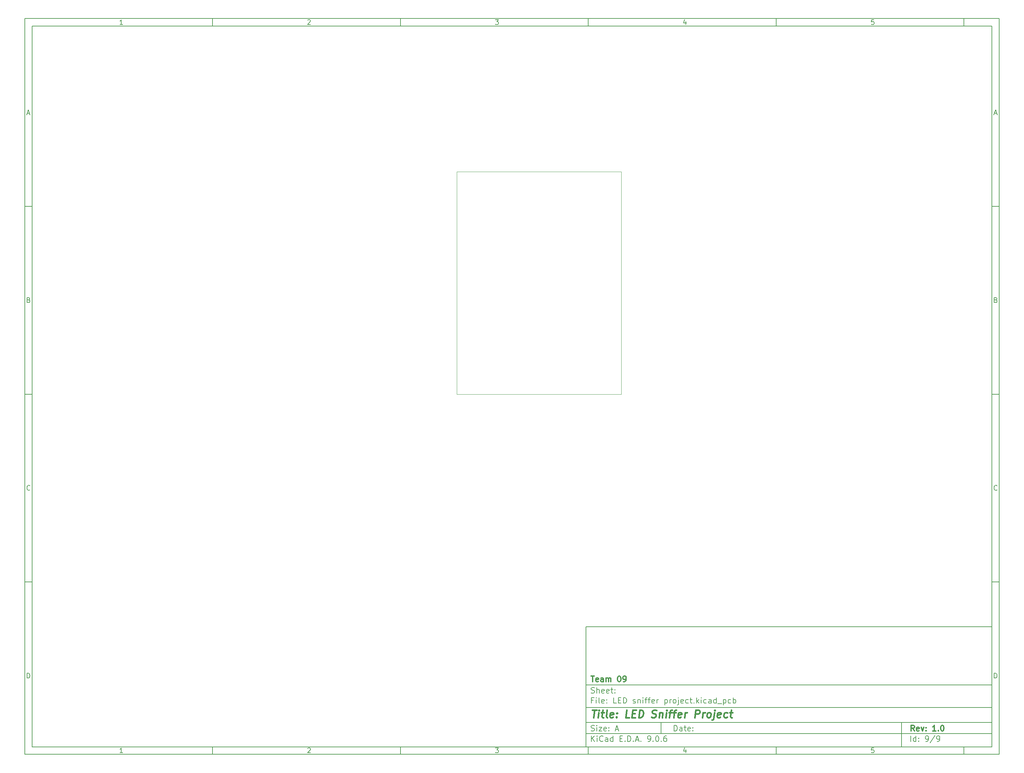
<source format=gbr>
%TF.GenerationSoftware,KiCad,Pcbnew,9.0.6*%
%TF.CreationDate,2025-11-19T19:30:43-08:00*%
%TF.ProjectId,LED sniffer project,4c454420-736e-4696-9666-65722070726f,1.0*%
%TF.SameCoordinates,Original*%
%TF.FileFunction,Profile,NP*%
%FSLAX46Y46*%
G04 Gerber Fmt 4.6, Leading zero omitted, Abs format (unit mm)*
G04 Created by KiCad (PCBNEW 9.0.6) date 2025-11-19 19:30:43*
%MOMM*%
%LPD*%
G01*
G04 APERTURE LIST*
%ADD10C,0.100000*%
%ADD11C,0.150000*%
%ADD12C,0.300000*%
%ADD13C,0.400000*%
%TA.AperFunction,Profile*%
%ADD14C,0.050000*%
%TD*%
G04 APERTURE END LIST*
D10*
D11*
X159400000Y-171900000D02*
X267400000Y-171900000D01*
X267400000Y-203900000D01*
X159400000Y-203900000D01*
X159400000Y-171900000D01*
D10*
D11*
X10000000Y-10000000D02*
X269400000Y-10000000D01*
X269400000Y-205900000D01*
X10000000Y-205900000D01*
X10000000Y-10000000D01*
D10*
D11*
X12000000Y-12000000D02*
X267400000Y-12000000D01*
X267400000Y-203900000D01*
X12000000Y-203900000D01*
X12000000Y-12000000D01*
D10*
D11*
X60000000Y-12000000D02*
X60000000Y-10000000D01*
D10*
D11*
X110000000Y-12000000D02*
X110000000Y-10000000D01*
D10*
D11*
X160000000Y-12000000D02*
X160000000Y-10000000D01*
D10*
D11*
X210000000Y-12000000D02*
X210000000Y-10000000D01*
D10*
D11*
X260000000Y-12000000D02*
X260000000Y-10000000D01*
D10*
D11*
X36089160Y-11593604D02*
X35346303Y-11593604D01*
X35717731Y-11593604D02*
X35717731Y-10293604D01*
X35717731Y-10293604D02*
X35593922Y-10479319D01*
X35593922Y-10479319D02*
X35470112Y-10603128D01*
X35470112Y-10603128D02*
X35346303Y-10665033D01*
D10*
D11*
X85346303Y-10417414D02*
X85408207Y-10355509D01*
X85408207Y-10355509D02*
X85532017Y-10293604D01*
X85532017Y-10293604D02*
X85841541Y-10293604D01*
X85841541Y-10293604D02*
X85965350Y-10355509D01*
X85965350Y-10355509D02*
X86027255Y-10417414D01*
X86027255Y-10417414D02*
X86089160Y-10541223D01*
X86089160Y-10541223D02*
X86089160Y-10665033D01*
X86089160Y-10665033D02*
X86027255Y-10850747D01*
X86027255Y-10850747D02*
X85284398Y-11593604D01*
X85284398Y-11593604D02*
X86089160Y-11593604D01*
D10*
D11*
X135284398Y-10293604D02*
X136089160Y-10293604D01*
X136089160Y-10293604D02*
X135655826Y-10788842D01*
X135655826Y-10788842D02*
X135841541Y-10788842D01*
X135841541Y-10788842D02*
X135965350Y-10850747D01*
X135965350Y-10850747D02*
X136027255Y-10912652D01*
X136027255Y-10912652D02*
X136089160Y-11036461D01*
X136089160Y-11036461D02*
X136089160Y-11345985D01*
X136089160Y-11345985D02*
X136027255Y-11469795D01*
X136027255Y-11469795D02*
X135965350Y-11531700D01*
X135965350Y-11531700D02*
X135841541Y-11593604D01*
X135841541Y-11593604D02*
X135470112Y-11593604D01*
X135470112Y-11593604D02*
X135346303Y-11531700D01*
X135346303Y-11531700D02*
X135284398Y-11469795D01*
D10*
D11*
X185965350Y-10726938D02*
X185965350Y-11593604D01*
X185655826Y-10231700D02*
X185346303Y-11160271D01*
X185346303Y-11160271D02*
X186151064Y-11160271D01*
D10*
D11*
X236027255Y-10293604D02*
X235408207Y-10293604D01*
X235408207Y-10293604D02*
X235346303Y-10912652D01*
X235346303Y-10912652D02*
X235408207Y-10850747D01*
X235408207Y-10850747D02*
X235532017Y-10788842D01*
X235532017Y-10788842D02*
X235841541Y-10788842D01*
X235841541Y-10788842D02*
X235965350Y-10850747D01*
X235965350Y-10850747D02*
X236027255Y-10912652D01*
X236027255Y-10912652D02*
X236089160Y-11036461D01*
X236089160Y-11036461D02*
X236089160Y-11345985D01*
X236089160Y-11345985D02*
X236027255Y-11469795D01*
X236027255Y-11469795D02*
X235965350Y-11531700D01*
X235965350Y-11531700D02*
X235841541Y-11593604D01*
X235841541Y-11593604D02*
X235532017Y-11593604D01*
X235532017Y-11593604D02*
X235408207Y-11531700D01*
X235408207Y-11531700D02*
X235346303Y-11469795D01*
D10*
D11*
X60000000Y-203900000D02*
X60000000Y-205900000D01*
D10*
D11*
X110000000Y-203900000D02*
X110000000Y-205900000D01*
D10*
D11*
X160000000Y-203900000D02*
X160000000Y-205900000D01*
D10*
D11*
X210000000Y-203900000D02*
X210000000Y-205900000D01*
D10*
D11*
X260000000Y-203900000D02*
X260000000Y-205900000D01*
D10*
D11*
X36089160Y-205493604D02*
X35346303Y-205493604D01*
X35717731Y-205493604D02*
X35717731Y-204193604D01*
X35717731Y-204193604D02*
X35593922Y-204379319D01*
X35593922Y-204379319D02*
X35470112Y-204503128D01*
X35470112Y-204503128D02*
X35346303Y-204565033D01*
D10*
D11*
X85346303Y-204317414D02*
X85408207Y-204255509D01*
X85408207Y-204255509D02*
X85532017Y-204193604D01*
X85532017Y-204193604D02*
X85841541Y-204193604D01*
X85841541Y-204193604D02*
X85965350Y-204255509D01*
X85965350Y-204255509D02*
X86027255Y-204317414D01*
X86027255Y-204317414D02*
X86089160Y-204441223D01*
X86089160Y-204441223D02*
X86089160Y-204565033D01*
X86089160Y-204565033D02*
X86027255Y-204750747D01*
X86027255Y-204750747D02*
X85284398Y-205493604D01*
X85284398Y-205493604D02*
X86089160Y-205493604D01*
D10*
D11*
X135284398Y-204193604D02*
X136089160Y-204193604D01*
X136089160Y-204193604D02*
X135655826Y-204688842D01*
X135655826Y-204688842D02*
X135841541Y-204688842D01*
X135841541Y-204688842D02*
X135965350Y-204750747D01*
X135965350Y-204750747D02*
X136027255Y-204812652D01*
X136027255Y-204812652D02*
X136089160Y-204936461D01*
X136089160Y-204936461D02*
X136089160Y-205245985D01*
X136089160Y-205245985D02*
X136027255Y-205369795D01*
X136027255Y-205369795D02*
X135965350Y-205431700D01*
X135965350Y-205431700D02*
X135841541Y-205493604D01*
X135841541Y-205493604D02*
X135470112Y-205493604D01*
X135470112Y-205493604D02*
X135346303Y-205431700D01*
X135346303Y-205431700D02*
X135284398Y-205369795D01*
D10*
D11*
X185965350Y-204626938D02*
X185965350Y-205493604D01*
X185655826Y-204131700D02*
X185346303Y-205060271D01*
X185346303Y-205060271D02*
X186151064Y-205060271D01*
D10*
D11*
X236027255Y-204193604D02*
X235408207Y-204193604D01*
X235408207Y-204193604D02*
X235346303Y-204812652D01*
X235346303Y-204812652D02*
X235408207Y-204750747D01*
X235408207Y-204750747D02*
X235532017Y-204688842D01*
X235532017Y-204688842D02*
X235841541Y-204688842D01*
X235841541Y-204688842D02*
X235965350Y-204750747D01*
X235965350Y-204750747D02*
X236027255Y-204812652D01*
X236027255Y-204812652D02*
X236089160Y-204936461D01*
X236089160Y-204936461D02*
X236089160Y-205245985D01*
X236089160Y-205245985D02*
X236027255Y-205369795D01*
X236027255Y-205369795D02*
X235965350Y-205431700D01*
X235965350Y-205431700D02*
X235841541Y-205493604D01*
X235841541Y-205493604D02*
X235532017Y-205493604D01*
X235532017Y-205493604D02*
X235408207Y-205431700D01*
X235408207Y-205431700D02*
X235346303Y-205369795D01*
D10*
D11*
X10000000Y-60000000D02*
X12000000Y-60000000D01*
D10*
D11*
X10000000Y-110000000D02*
X12000000Y-110000000D01*
D10*
D11*
X10000000Y-160000000D02*
X12000000Y-160000000D01*
D10*
D11*
X10690476Y-35222176D02*
X11309523Y-35222176D01*
X10566666Y-35593604D02*
X10999999Y-34293604D01*
X10999999Y-34293604D02*
X11433333Y-35593604D01*
D10*
D11*
X11092857Y-84912652D02*
X11278571Y-84974557D01*
X11278571Y-84974557D02*
X11340476Y-85036461D01*
X11340476Y-85036461D02*
X11402380Y-85160271D01*
X11402380Y-85160271D02*
X11402380Y-85345985D01*
X11402380Y-85345985D02*
X11340476Y-85469795D01*
X11340476Y-85469795D02*
X11278571Y-85531700D01*
X11278571Y-85531700D02*
X11154761Y-85593604D01*
X11154761Y-85593604D02*
X10659523Y-85593604D01*
X10659523Y-85593604D02*
X10659523Y-84293604D01*
X10659523Y-84293604D02*
X11092857Y-84293604D01*
X11092857Y-84293604D02*
X11216666Y-84355509D01*
X11216666Y-84355509D02*
X11278571Y-84417414D01*
X11278571Y-84417414D02*
X11340476Y-84541223D01*
X11340476Y-84541223D02*
X11340476Y-84665033D01*
X11340476Y-84665033D02*
X11278571Y-84788842D01*
X11278571Y-84788842D02*
X11216666Y-84850747D01*
X11216666Y-84850747D02*
X11092857Y-84912652D01*
X11092857Y-84912652D02*
X10659523Y-84912652D01*
D10*
D11*
X11402380Y-135469795D02*
X11340476Y-135531700D01*
X11340476Y-135531700D02*
X11154761Y-135593604D01*
X11154761Y-135593604D02*
X11030952Y-135593604D01*
X11030952Y-135593604D02*
X10845238Y-135531700D01*
X10845238Y-135531700D02*
X10721428Y-135407890D01*
X10721428Y-135407890D02*
X10659523Y-135284080D01*
X10659523Y-135284080D02*
X10597619Y-135036461D01*
X10597619Y-135036461D02*
X10597619Y-134850747D01*
X10597619Y-134850747D02*
X10659523Y-134603128D01*
X10659523Y-134603128D02*
X10721428Y-134479319D01*
X10721428Y-134479319D02*
X10845238Y-134355509D01*
X10845238Y-134355509D02*
X11030952Y-134293604D01*
X11030952Y-134293604D02*
X11154761Y-134293604D01*
X11154761Y-134293604D02*
X11340476Y-134355509D01*
X11340476Y-134355509D02*
X11402380Y-134417414D01*
D10*
D11*
X10659523Y-185593604D02*
X10659523Y-184293604D01*
X10659523Y-184293604D02*
X10969047Y-184293604D01*
X10969047Y-184293604D02*
X11154761Y-184355509D01*
X11154761Y-184355509D02*
X11278571Y-184479319D01*
X11278571Y-184479319D02*
X11340476Y-184603128D01*
X11340476Y-184603128D02*
X11402380Y-184850747D01*
X11402380Y-184850747D02*
X11402380Y-185036461D01*
X11402380Y-185036461D02*
X11340476Y-185284080D01*
X11340476Y-185284080D02*
X11278571Y-185407890D01*
X11278571Y-185407890D02*
X11154761Y-185531700D01*
X11154761Y-185531700D02*
X10969047Y-185593604D01*
X10969047Y-185593604D02*
X10659523Y-185593604D01*
D10*
D11*
X269400000Y-60000000D02*
X267400000Y-60000000D01*
D10*
D11*
X269400000Y-110000000D02*
X267400000Y-110000000D01*
D10*
D11*
X269400000Y-160000000D02*
X267400000Y-160000000D01*
D10*
D11*
X268090476Y-35222176D02*
X268709523Y-35222176D01*
X267966666Y-35593604D02*
X268399999Y-34293604D01*
X268399999Y-34293604D02*
X268833333Y-35593604D01*
D10*
D11*
X268492857Y-84912652D02*
X268678571Y-84974557D01*
X268678571Y-84974557D02*
X268740476Y-85036461D01*
X268740476Y-85036461D02*
X268802380Y-85160271D01*
X268802380Y-85160271D02*
X268802380Y-85345985D01*
X268802380Y-85345985D02*
X268740476Y-85469795D01*
X268740476Y-85469795D02*
X268678571Y-85531700D01*
X268678571Y-85531700D02*
X268554761Y-85593604D01*
X268554761Y-85593604D02*
X268059523Y-85593604D01*
X268059523Y-85593604D02*
X268059523Y-84293604D01*
X268059523Y-84293604D02*
X268492857Y-84293604D01*
X268492857Y-84293604D02*
X268616666Y-84355509D01*
X268616666Y-84355509D02*
X268678571Y-84417414D01*
X268678571Y-84417414D02*
X268740476Y-84541223D01*
X268740476Y-84541223D02*
X268740476Y-84665033D01*
X268740476Y-84665033D02*
X268678571Y-84788842D01*
X268678571Y-84788842D02*
X268616666Y-84850747D01*
X268616666Y-84850747D02*
X268492857Y-84912652D01*
X268492857Y-84912652D02*
X268059523Y-84912652D01*
D10*
D11*
X268802380Y-135469795D02*
X268740476Y-135531700D01*
X268740476Y-135531700D02*
X268554761Y-135593604D01*
X268554761Y-135593604D02*
X268430952Y-135593604D01*
X268430952Y-135593604D02*
X268245238Y-135531700D01*
X268245238Y-135531700D02*
X268121428Y-135407890D01*
X268121428Y-135407890D02*
X268059523Y-135284080D01*
X268059523Y-135284080D02*
X267997619Y-135036461D01*
X267997619Y-135036461D02*
X267997619Y-134850747D01*
X267997619Y-134850747D02*
X268059523Y-134603128D01*
X268059523Y-134603128D02*
X268121428Y-134479319D01*
X268121428Y-134479319D02*
X268245238Y-134355509D01*
X268245238Y-134355509D02*
X268430952Y-134293604D01*
X268430952Y-134293604D02*
X268554761Y-134293604D01*
X268554761Y-134293604D02*
X268740476Y-134355509D01*
X268740476Y-134355509D02*
X268802380Y-134417414D01*
D10*
D11*
X268059523Y-185593604D02*
X268059523Y-184293604D01*
X268059523Y-184293604D02*
X268369047Y-184293604D01*
X268369047Y-184293604D02*
X268554761Y-184355509D01*
X268554761Y-184355509D02*
X268678571Y-184479319D01*
X268678571Y-184479319D02*
X268740476Y-184603128D01*
X268740476Y-184603128D02*
X268802380Y-184850747D01*
X268802380Y-184850747D02*
X268802380Y-185036461D01*
X268802380Y-185036461D02*
X268740476Y-185284080D01*
X268740476Y-185284080D02*
X268678571Y-185407890D01*
X268678571Y-185407890D02*
X268554761Y-185531700D01*
X268554761Y-185531700D02*
X268369047Y-185593604D01*
X268369047Y-185593604D02*
X268059523Y-185593604D01*
D10*
D11*
X182855826Y-199686128D02*
X182855826Y-198186128D01*
X182855826Y-198186128D02*
X183212969Y-198186128D01*
X183212969Y-198186128D02*
X183427255Y-198257557D01*
X183427255Y-198257557D02*
X183570112Y-198400414D01*
X183570112Y-198400414D02*
X183641541Y-198543271D01*
X183641541Y-198543271D02*
X183712969Y-198828985D01*
X183712969Y-198828985D02*
X183712969Y-199043271D01*
X183712969Y-199043271D02*
X183641541Y-199328985D01*
X183641541Y-199328985D02*
X183570112Y-199471842D01*
X183570112Y-199471842D02*
X183427255Y-199614700D01*
X183427255Y-199614700D02*
X183212969Y-199686128D01*
X183212969Y-199686128D02*
X182855826Y-199686128D01*
X184998684Y-199686128D02*
X184998684Y-198900414D01*
X184998684Y-198900414D02*
X184927255Y-198757557D01*
X184927255Y-198757557D02*
X184784398Y-198686128D01*
X184784398Y-198686128D02*
X184498684Y-198686128D01*
X184498684Y-198686128D02*
X184355826Y-198757557D01*
X184998684Y-199614700D02*
X184855826Y-199686128D01*
X184855826Y-199686128D02*
X184498684Y-199686128D01*
X184498684Y-199686128D02*
X184355826Y-199614700D01*
X184355826Y-199614700D02*
X184284398Y-199471842D01*
X184284398Y-199471842D02*
X184284398Y-199328985D01*
X184284398Y-199328985D02*
X184355826Y-199186128D01*
X184355826Y-199186128D02*
X184498684Y-199114700D01*
X184498684Y-199114700D02*
X184855826Y-199114700D01*
X184855826Y-199114700D02*
X184998684Y-199043271D01*
X185498684Y-198686128D02*
X186070112Y-198686128D01*
X185712969Y-198186128D02*
X185712969Y-199471842D01*
X185712969Y-199471842D02*
X185784398Y-199614700D01*
X185784398Y-199614700D02*
X185927255Y-199686128D01*
X185927255Y-199686128D02*
X186070112Y-199686128D01*
X187141541Y-199614700D02*
X186998684Y-199686128D01*
X186998684Y-199686128D02*
X186712970Y-199686128D01*
X186712970Y-199686128D02*
X186570112Y-199614700D01*
X186570112Y-199614700D02*
X186498684Y-199471842D01*
X186498684Y-199471842D02*
X186498684Y-198900414D01*
X186498684Y-198900414D02*
X186570112Y-198757557D01*
X186570112Y-198757557D02*
X186712970Y-198686128D01*
X186712970Y-198686128D02*
X186998684Y-198686128D01*
X186998684Y-198686128D02*
X187141541Y-198757557D01*
X187141541Y-198757557D02*
X187212970Y-198900414D01*
X187212970Y-198900414D02*
X187212970Y-199043271D01*
X187212970Y-199043271D02*
X186498684Y-199186128D01*
X187855826Y-199543271D02*
X187927255Y-199614700D01*
X187927255Y-199614700D02*
X187855826Y-199686128D01*
X187855826Y-199686128D02*
X187784398Y-199614700D01*
X187784398Y-199614700D02*
X187855826Y-199543271D01*
X187855826Y-199543271D02*
X187855826Y-199686128D01*
X187855826Y-198757557D02*
X187927255Y-198828985D01*
X187927255Y-198828985D02*
X187855826Y-198900414D01*
X187855826Y-198900414D02*
X187784398Y-198828985D01*
X187784398Y-198828985D02*
X187855826Y-198757557D01*
X187855826Y-198757557D02*
X187855826Y-198900414D01*
D10*
D11*
X159400000Y-200400000D02*
X267400000Y-200400000D01*
D10*
D11*
X160855826Y-202486128D02*
X160855826Y-200986128D01*
X161712969Y-202486128D02*
X161070112Y-201628985D01*
X161712969Y-200986128D02*
X160855826Y-201843271D01*
X162355826Y-202486128D02*
X162355826Y-201486128D01*
X162355826Y-200986128D02*
X162284398Y-201057557D01*
X162284398Y-201057557D02*
X162355826Y-201128985D01*
X162355826Y-201128985D02*
X162427255Y-201057557D01*
X162427255Y-201057557D02*
X162355826Y-200986128D01*
X162355826Y-200986128D02*
X162355826Y-201128985D01*
X163927255Y-202343271D02*
X163855827Y-202414700D01*
X163855827Y-202414700D02*
X163641541Y-202486128D01*
X163641541Y-202486128D02*
X163498684Y-202486128D01*
X163498684Y-202486128D02*
X163284398Y-202414700D01*
X163284398Y-202414700D02*
X163141541Y-202271842D01*
X163141541Y-202271842D02*
X163070112Y-202128985D01*
X163070112Y-202128985D02*
X162998684Y-201843271D01*
X162998684Y-201843271D02*
X162998684Y-201628985D01*
X162998684Y-201628985D02*
X163070112Y-201343271D01*
X163070112Y-201343271D02*
X163141541Y-201200414D01*
X163141541Y-201200414D02*
X163284398Y-201057557D01*
X163284398Y-201057557D02*
X163498684Y-200986128D01*
X163498684Y-200986128D02*
X163641541Y-200986128D01*
X163641541Y-200986128D02*
X163855827Y-201057557D01*
X163855827Y-201057557D02*
X163927255Y-201128985D01*
X165212970Y-202486128D02*
X165212970Y-201700414D01*
X165212970Y-201700414D02*
X165141541Y-201557557D01*
X165141541Y-201557557D02*
X164998684Y-201486128D01*
X164998684Y-201486128D02*
X164712970Y-201486128D01*
X164712970Y-201486128D02*
X164570112Y-201557557D01*
X165212970Y-202414700D02*
X165070112Y-202486128D01*
X165070112Y-202486128D02*
X164712970Y-202486128D01*
X164712970Y-202486128D02*
X164570112Y-202414700D01*
X164570112Y-202414700D02*
X164498684Y-202271842D01*
X164498684Y-202271842D02*
X164498684Y-202128985D01*
X164498684Y-202128985D02*
X164570112Y-201986128D01*
X164570112Y-201986128D02*
X164712970Y-201914700D01*
X164712970Y-201914700D02*
X165070112Y-201914700D01*
X165070112Y-201914700D02*
X165212970Y-201843271D01*
X166570113Y-202486128D02*
X166570113Y-200986128D01*
X166570113Y-202414700D02*
X166427255Y-202486128D01*
X166427255Y-202486128D02*
X166141541Y-202486128D01*
X166141541Y-202486128D02*
X165998684Y-202414700D01*
X165998684Y-202414700D02*
X165927255Y-202343271D01*
X165927255Y-202343271D02*
X165855827Y-202200414D01*
X165855827Y-202200414D02*
X165855827Y-201771842D01*
X165855827Y-201771842D02*
X165927255Y-201628985D01*
X165927255Y-201628985D02*
X165998684Y-201557557D01*
X165998684Y-201557557D02*
X166141541Y-201486128D01*
X166141541Y-201486128D02*
X166427255Y-201486128D01*
X166427255Y-201486128D02*
X166570113Y-201557557D01*
X168427255Y-201700414D02*
X168927255Y-201700414D01*
X169141541Y-202486128D02*
X168427255Y-202486128D01*
X168427255Y-202486128D02*
X168427255Y-200986128D01*
X168427255Y-200986128D02*
X169141541Y-200986128D01*
X169784398Y-202343271D02*
X169855827Y-202414700D01*
X169855827Y-202414700D02*
X169784398Y-202486128D01*
X169784398Y-202486128D02*
X169712970Y-202414700D01*
X169712970Y-202414700D02*
X169784398Y-202343271D01*
X169784398Y-202343271D02*
X169784398Y-202486128D01*
X170498684Y-202486128D02*
X170498684Y-200986128D01*
X170498684Y-200986128D02*
X170855827Y-200986128D01*
X170855827Y-200986128D02*
X171070113Y-201057557D01*
X171070113Y-201057557D02*
X171212970Y-201200414D01*
X171212970Y-201200414D02*
X171284399Y-201343271D01*
X171284399Y-201343271D02*
X171355827Y-201628985D01*
X171355827Y-201628985D02*
X171355827Y-201843271D01*
X171355827Y-201843271D02*
X171284399Y-202128985D01*
X171284399Y-202128985D02*
X171212970Y-202271842D01*
X171212970Y-202271842D02*
X171070113Y-202414700D01*
X171070113Y-202414700D02*
X170855827Y-202486128D01*
X170855827Y-202486128D02*
X170498684Y-202486128D01*
X171998684Y-202343271D02*
X172070113Y-202414700D01*
X172070113Y-202414700D02*
X171998684Y-202486128D01*
X171998684Y-202486128D02*
X171927256Y-202414700D01*
X171927256Y-202414700D02*
X171998684Y-202343271D01*
X171998684Y-202343271D02*
X171998684Y-202486128D01*
X172641542Y-202057557D02*
X173355828Y-202057557D01*
X172498685Y-202486128D02*
X172998685Y-200986128D01*
X172998685Y-200986128D02*
X173498685Y-202486128D01*
X173998684Y-202343271D02*
X174070113Y-202414700D01*
X174070113Y-202414700D02*
X173998684Y-202486128D01*
X173998684Y-202486128D02*
X173927256Y-202414700D01*
X173927256Y-202414700D02*
X173998684Y-202343271D01*
X173998684Y-202343271D02*
X173998684Y-202486128D01*
X175927256Y-202486128D02*
X176212970Y-202486128D01*
X176212970Y-202486128D02*
X176355827Y-202414700D01*
X176355827Y-202414700D02*
X176427256Y-202343271D01*
X176427256Y-202343271D02*
X176570113Y-202128985D01*
X176570113Y-202128985D02*
X176641542Y-201843271D01*
X176641542Y-201843271D02*
X176641542Y-201271842D01*
X176641542Y-201271842D02*
X176570113Y-201128985D01*
X176570113Y-201128985D02*
X176498685Y-201057557D01*
X176498685Y-201057557D02*
X176355827Y-200986128D01*
X176355827Y-200986128D02*
X176070113Y-200986128D01*
X176070113Y-200986128D02*
X175927256Y-201057557D01*
X175927256Y-201057557D02*
X175855827Y-201128985D01*
X175855827Y-201128985D02*
X175784399Y-201271842D01*
X175784399Y-201271842D02*
X175784399Y-201628985D01*
X175784399Y-201628985D02*
X175855827Y-201771842D01*
X175855827Y-201771842D02*
X175927256Y-201843271D01*
X175927256Y-201843271D02*
X176070113Y-201914700D01*
X176070113Y-201914700D02*
X176355827Y-201914700D01*
X176355827Y-201914700D02*
X176498685Y-201843271D01*
X176498685Y-201843271D02*
X176570113Y-201771842D01*
X176570113Y-201771842D02*
X176641542Y-201628985D01*
X177284398Y-202343271D02*
X177355827Y-202414700D01*
X177355827Y-202414700D02*
X177284398Y-202486128D01*
X177284398Y-202486128D02*
X177212970Y-202414700D01*
X177212970Y-202414700D02*
X177284398Y-202343271D01*
X177284398Y-202343271D02*
X177284398Y-202486128D01*
X178284399Y-200986128D02*
X178427256Y-200986128D01*
X178427256Y-200986128D02*
X178570113Y-201057557D01*
X178570113Y-201057557D02*
X178641542Y-201128985D01*
X178641542Y-201128985D02*
X178712970Y-201271842D01*
X178712970Y-201271842D02*
X178784399Y-201557557D01*
X178784399Y-201557557D02*
X178784399Y-201914700D01*
X178784399Y-201914700D02*
X178712970Y-202200414D01*
X178712970Y-202200414D02*
X178641542Y-202343271D01*
X178641542Y-202343271D02*
X178570113Y-202414700D01*
X178570113Y-202414700D02*
X178427256Y-202486128D01*
X178427256Y-202486128D02*
X178284399Y-202486128D01*
X178284399Y-202486128D02*
X178141542Y-202414700D01*
X178141542Y-202414700D02*
X178070113Y-202343271D01*
X178070113Y-202343271D02*
X177998684Y-202200414D01*
X177998684Y-202200414D02*
X177927256Y-201914700D01*
X177927256Y-201914700D02*
X177927256Y-201557557D01*
X177927256Y-201557557D02*
X177998684Y-201271842D01*
X177998684Y-201271842D02*
X178070113Y-201128985D01*
X178070113Y-201128985D02*
X178141542Y-201057557D01*
X178141542Y-201057557D02*
X178284399Y-200986128D01*
X179427255Y-202343271D02*
X179498684Y-202414700D01*
X179498684Y-202414700D02*
X179427255Y-202486128D01*
X179427255Y-202486128D02*
X179355827Y-202414700D01*
X179355827Y-202414700D02*
X179427255Y-202343271D01*
X179427255Y-202343271D02*
X179427255Y-202486128D01*
X180784399Y-200986128D02*
X180498684Y-200986128D01*
X180498684Y-200986128D02*
X180355827Y-201057557D01*
X180355827Y-201057557D02*
X180284399Y-201128985D01*
X180284399Y-201128985D02*
X180141541Y-201343271D01*
X180141541Y-201343271D02*
X180070113Y-201628985D01*
X180070113Y-201628985D02*
X180070113Y-202200414D01*
X180070113Y-202200414D02*
X180141541Y-202343271D01*
X180141541Y-202343271D02*
X180212970Y-202414700D01*
X180212970Y-202414700D02*
X180355827Y-202486128D01*
X180355827Y-202486128D02*
X180641541Y-202486128D01*
X180641541Y-202486128D02*
X180784399Y-202414700D01*
X180784399Y-202414700D02*
X180855827Y-202343271D01*
X180855827Y-202343271D02*
X180927256Y-202200414D01*
X180927256Y-202200414D02*
X180927256Y-201843271D01*
X180927256Y-201843271D02*
X180855827Y-201700414D01*
X180855827Y-201700414D02*
X180784399Y-201628985D01*
X180784399Y-201628985D02*
X180641541Y-201557557D01*
X180641541Y-201557557D02*
X180355827Y-201557557D01*
X180355827Y-201557557D02*
X180212970Y-201628985D01*
X180212970Y-201628985D02*
X180141541Y-201700414D01*
X180141541Y-201700414D02*
X180070113Y-201843271D01*
D10*
D11*
X159400000Y-197400000D02*
X267400000Y-197400000D01*
D10*
D12*
X246811653Y-199678328D02*
X246311653Y-198964042D01*
X245954510Y-199678328D02*
X245954510Y-198178328D01*
X245954510Y-198178328D02*
X246525939Y-198178328D01*
X246525939Y-198178328D02*
X246668796Y-198249757D01*
X246668796Y-198249757D02*
X246740225Y-198321185D01*
X246740225Y-198321185D02*
X246811653Y-198464042D01*
X246811653Y-198464042D02*
X246811653Y-198678328D01*
X246811653Y-198678328D02*
X246740225Y-198821185D01*
X246740225Y-198821185D02*
X246668796Y-198892614D01*
X246668796Y-198892614D02*
X246525939Y-198964042D01*
X246525939Y-198964042D02*
X245954510Y-198964042D01*
X248025939Y-199606900D02*
X247883082Y-199678328D01*
X247883082Y-199678328D02*
X247597368Y-199678328D01*
X247597368Y-199678328D02*
X247454510Y-199606900D01*
X247454510Y-199606900D02*
X247383082Y-199464042D01*
X247383082Y-199464042D02*
X247383082Y-198892614D01*
X247383082Y-198892614D02*
X247454510Y-198749757D01*
X247454510Y-198749757D02*
X247597368Y-198678328D01*
X247597368Y-198678328D02*
X247883082Y-198678328D01*
X247883082Y-198678328D02*
X248025939Y-198749757D01*
X248025939Y-198749757D02*
X248097368Y-198892614D01*
X248097368Y-198892614D02*
X248097368Y-199035471D01*
X248097368Y-199035471D02*
X247383082Y-199178328D01*
X248597367Y-198678328D02*
X248954510Y-199678328D01*
X248954510Y-199678328D02*
X249311653Y-198678328D01*
X249883081Y-199535471D02*
X249954510Y-199606900D01*
X249954510Y-199606900D02*
X249883081Y-199678328D01*
X249883081Y-199678328D02*
X249811653Y-199606900D01*
X249811653Y-199606900D02*
X249883081Y-199535471D01*
X249883081Y-199535471D02*
X249883081Y-199678328D01*
X249883081Y-198749757D02*
X249954510Y-198821185D01*
X249954510Y-198821185D02*
X249883081Y-198892614D01*
X249883081Y-198892614D02*
X249811653Y-198821185D01*
X249811653Y-198821185D02*
X249883081Y-198749757D01*
X249883081Y-198749757D02*
X249883081Y-198892614D01*
X252525939Y-199678328D02*
X251668796Y-199678328D01*
X252097367Y-199678328D02*
X252097367Y-198178328D01*
X252097367Y-198178328D02*
X251954510Y-198392614D01*
X251954510Y-198392614D02*
X251811653Y-198535471D01*
X251811653Y-198535471D02*
X251668796Y-198606900D01*
X253168795Y-199535471D02*
X253240224Y-199606900D01*
X253240224Y-199606900D02*
X253168795Y-199678328D01*
X253168795Y-199678328D02*
X253097367Y-199606900D01*
X253097367Y-199606900D02*
X253168795Y-199535471D01*
X253168795Y-199535471D02*
X253168795Y-199678328D01*
X254168796Y-198178328D02*
X254311653Y-198178328D01*
X254311653Y-198178328D02*
X254454510Y-198249757D01*
X254454510Y-198249757D02*
X254525939Y-198321185D01*
X254525939Y-198321185D02*
X254597367Y-198464042D01*
X254597367Y-198464042D02*
X254668796Y-198749757D01*
X254668796Y-198749757D02*
X254668796Y-199106900D01*
X254668796Y-199106900D02*
X254597367Y-199392614D01*
X254597367Y-199392614D02*
X254525939Y-199535471D01*
X254525939Y-199535471D02*
X254454510Y-199606900D01*
X254454510Y-199606900D02*
X254311653Y-199678328D01*
X254311653Y-199678328D02*
X254168796Y-199678328D01*
X254168796Y-199678328D02*
X254025939Y-199606900D01*
X254025939Y-199606900D02*
X253954510Y-199535471D01*
X253954510Y-199535471D02*
X253883081Y-199392614D01*
X253883081Y-199392614D02*
X253811653Y-199106900D01*
X253811653Y-199106900D02*
X253811653Y-198749757D01*
X253811653Y-198749757D02*
X253883081Y-198464042D01*
X253883081Y-198464042D02*
X253954510Y-198321185D01*
X253954510Y-198321185D02*
X254025939Y-198249757D01*
X254025939Y-198249757D02*
X254168796Y-198178328D01*
D10*
D11*
X160784398Y-199614700D02*
X160998684Y-199686128D01*
X160998684Y-199686128D02*
X161355826Y-199686128D01*
X161355826Y-199686128D02*
X161498684Y-199614700D01*
X161498684Y-199614700D02*
X161570112Y-199543271D01*
X161570112Y-199543271D02*
X161641541Y-199400414D01*
X161641541Y-199400414D02*
X161641541Y-199257557D01*
X161641541Y-199257557D02*
X161570112Y-199114700D01*
X161570112Y-199114700D02*
X161498684Y-199043271D01*
X161498684Y-199043271D02*
X161355826Y-198971842D01*
X161355826Y-198971842D02*
X161070112Y-198900414D01*
X161070112Y-198900414D02*
X160927255Y-198828985D01*
X160927255Y-198828985D02*
X160855826Y-198757557D01*
X160855826Y-198757557D02*
X160784398Y-198614700D01*
X160784398Y-198614700D02*
X160784398Y-198471842D01*
X160784398Y-198471842D02*
X160855826Y-198328985D01*
X160855826Y-198328985D02*
X160927255Y-198257557D01*
X160927255Y-198257557D02*
X161070112Y-198186128D01*
X161070112Y-198186128D02*
X161427255Y-198186128D01*
X161427255Y-198186128D02*
X161641541Y-198257557D01*
X162284397Y-199686128D02*
X162284397Y-198686128D01*
X162284397Y-198186128D02*
X162212969Y-198257557D01*
X162212969Y-198257557D02*
X162284397Y-198328985D01*
X162284397Y-198328985D02*
X162355826Y-198257557D01*
X162355826Y-198257557D02*
X162284397Y-198186128D01*
X162284397Y-198186128D02*
X162284397Y-198328985D01*
X162855826Y-198686128D02*
X163641541Y-198686128D01*
X163641541Y-198686128D02*
X162855826Y-199686128D01*
X162855826Y-199686128D02*
X163641541Y-199686128D01*
X164784398Y-199614700D02*
X164641541Y-199686128D01*
X164641541Y-199686128D02*
X164355827Y-199686128D01*
X164355827Y-199686128D02*
X164212969Y-199614700D01*
X164212969Y-199614700D02*
X164141541Y-199471842D01*
X164141541Y-199471842D02*
X164141541Y-198900414D01*
X164141541Y-198900414D02*
X164212969Y-198757557D01*
X164212969Y-198757557D02*
X164355827Y-198686128D01*
X164355827Y-198686128D02*
X164641541Y-198686128D01*
X164641541Y-198686128D02*
X164784398Y-198757557D01*
X164784398Y-198757557D02*
X164855827Y-198900414D01*
X164855827Y-198900414D02*
X164855827Y-199043271D01*
X164855827Y-199043271D02*
X164141541Y-199186128D01*
X165498683Y-199543271D02*
X165570112Y-199614700D01*
X165570112Y-199614700D02*
X165498683Y-199686128D01*
X165498683Y-199686128D02*
X165427255Y-199614700D01*
X165427255Y-199614700D02*
X165498683Y-199543271D01*
X165498683Y-199543271D02*
X165498683Y-199686128D01*
X165498683Y-198757557D02*
X165570112Y-198828985D01*
X165570112Y-198828985D02*
X165498683Y-198900414D01*
X165498683Y-198900414D02*
X165427255Y-198828985D01*
X165427255Y-198828985D02*
X165498683Y-198757557D01*
X165498683Y-198757557D02*
X165498683Y-198900414D01*
X167284398Y-199257557D02*
X167998684Y-199257557D01*
X167141541Y-199686128D02*
X167641541Y-198186128D01*
X167641541Y-198186128D02*
X168141541Y-199686128D01*
D10*
D11*
X245855826Y-202486128D02*
X245855826Y-200986128D01*
X247212970Y-202486128D02*
X247212970Y-200986128D01*
X247212970Y-202414700D02*
X247070112Y-202486128D01*
X247070112Y-202486128D02*
X246784398Y-202486128D01*
X246784398Y-202486128D02*
X246641541Y-202414700D01*
X246641541Y-202414700D02*
X246570112Y-202343271D01*
X246570112Y-202343271D02*
X246498684Y-202200414D01*
X246498684Y-202200414D02*
X246498684Y-201771842D01*
X246498684Y-201771842D02*
X246570112Y-201628985D01*
X246570112Y-201628985D02*
X246641541Y-201557557D01*
X246641541Y-201557557D02*
X246784398Y-201486128D01*
X246784398Y-201486128D02*
X247070112Y-201486128D01*
X247070112Y-201486128D02*
X247212970Y-201557557D01*
X247927255Y-202343271D02*
X247998684Y-202414700D01*
X247998684Y-202414700D02*
X247927255Y-202486128D01*
X247927255Y-202486128D02*
X247855827Y-202414700D01*
X247855827Y-202414700D02*
X247927255Y-202343271D01*
X247927255Y-202343271D02*
X247927255Y-202486128D01*
X247927255Y-201557557D02*
X247998684Y-201628985D01*
X247998684Y-201628985D02*
X247927255Y-201700414D01*
X247927255Y-201700414D02*
X247855827Y-201628985D01*
X247855827Y-201628985D02*
X247927255Y-201557557D01*
X247927255Y-201557557D02*
X247927255Y-201700414D01*
X249855827Y-202486128D02*
X250141541Y-202486128D01*
X250141541Y-202486128D02*
X250284398Y-202414700D01*
X250284398Y-202414700D02*
X250355827Y-202343271D01*
X250355827Y-202343271D02*
X250498684Y-202128985D01*
X250498684Y-202128985D02*
X250570113Y-201843271D01*
X250570113Y-201843271D02*
X250570113Y-201271842D01*
X250570113Y-201271842D02*
X250498684Y-201128985D01*
X250498684Y-201128985D02*
X250427256Y-201057557D01*
X250427256Y-201057557D02*
X250284398Y-200986128D01*
X250284398Y-200986128D02*
X249998684Y-200986128D01*
X249998684Y-200986128D02*
X249855827Y-201057557D01*
X249855827Y-201057557D02*
X249784398Y-201128985D01*
X249784398Y-201128985D02*
X249712970Y-201271842D01*
X249712970Y-201271842D02*
X249712970Y-201628985D01*
X249712970Y-201628985D02*
X249784398Y-201771842D01*
X249784398Y-201771842D02*
X249855827Y-201843271D01*
X249855827Y-201843271D02*
X249998684Y-201914700D01*
X249998684Y-201914700D02*
X250284398Y-201914700D01*
X250284398Y-201914700D02*
X250427256Y-201843271D01*
X250427256Y-201843271D02*
X250498684Y-201771842D01*
X250498684Y-201771842D02*
X250570113Y-201628985D01*
X252284398Y-200914700D02*
X250998684Y-202843271D01*
X252855827Y-202486128D02*
X253141541Y-202486128D01*
X253141541Y-202486128D02*
X253284398Y-202414700D01*
X253284398Y-202414700D02*
X253355827Y-202343271D01*
X253355827Y-202343271D02*
X253498684Y-202128985D01*
X253498684Y-202128985D02*
X253570113Y-201843271D01*
X253570113Y-201843271D02*
X253570113Y-201271842D01*
X253570113Y-201271842D02*
X253498684Y-201128985D01*
X253498684Y-201128985D02*
X253427256Y-201057557D01*
X253427256Y-201057557D02*
X253284398Y-200986128D01*
X253284398Y-200986128D02*
X252998684Y-200986128D01*
X252998684Y-200986128D02*
X252855827Y-201057557D01*
X252855827Y-201057557D02*
X252784398Y-201128985D01*
X252784398Y-201128985D02*
X252712970Y-201271842D01*
X252712970Y-201271842D02*
X252712970Y-201628985D01*
X252712970Y-201628985D02*
X252784398Y-201771842D01*
X252784398Y-201771842D02*
X252855827Y-201843271D01*
X252855827Y-201843271D02*
X252998684Y-201914700D01*
X252998684Y-201914700D02*
X253284398Y-201914700D01*
X253284398Y-201914700D02*
X253427256Y-201843271D01*
X253427256Y-201843271D02*
X253498684Y-201771842D01*
X253498684Y-201771842D02*
X253570113Y-201628985D01*
D10*
D11*
X159400000Y-193400000D02*
X267400000Y-193400000D01*
D10*
D13*
X161091728Y-194104438D02*
X162234585Y-194104438D01*
X161413157Y-196104438D02*
X161663157Y-194104438D01*
X162651252Y-196104438D02*
X162817919Y-194771104D01*
X162901252Y-194104438D02*
X162794109Y-194199676D01*
X162794109Y-194199676D02*
X162877443Y-194294914D01*
X162877443Y-194294914D02*
X162984586Y-194199676D01*
X162984586Y-194199676D02*
X162901252Y-194104438D01*
X162901252Y-194104438D02*
X162877443Y-194294914D01*
X163484586Y-194771104D02*
X164246490Y-194771104D01*
X163853633Y-194104438D02*
X163639348Y-195818723D01*
X163639348Y-195818723D02*
X163710776Y-196009200D01*
X163710776Y-196009200D02*
X163889348Y-196104438D01*
X163889348Y-196104438D02*
X164079824Y-196104438D01*
X165032205Y-196104438D02*
X164853633Y-196009200D01*
X164853633Y-196009200D02*
X164782205Y-195818723D01*
X164782205Y-195818723D02*
X164996490Y-194104438D01*
X166567919Y-196009200D02*
X166365538Y-196104438D01*
X166365538Y-196104438D02*
X165984585Y-196104438D01*
X165984585Y-196104438D02*
X165806014Y-196009200D01*
X165806014Y-196009200D02*
X165734585Y-195818723D01*
X165734585Y-195818723D02*
X165829824Y-195056819D01*
X165829824Y-195056819D02*
X165948871Y-194866342D01*
X165948871Y-194866342D02*
X166151252Y-194771104D01*
X166151252Y-194771104D02*
X166532204Y-194771104D01*
X166532204Y-194771104D02*
X166710776Y-194866342D01*
X166710776Y-194866342D02*
X166782204Y-195056819D01*
X166782204Y-195056819D02*
X166758395Y-195247295D01*
X166758395Y-195247295D02*
X165782204Y-195437771D01*
X167532205Y-195913961D02*
X167615538Y-196009200D01*
X167615538Y-196009200D02*
X167508395Y-196104438D01*
X167508395Y-196104438D02*
X167425062Y-196009200D01*
X167425062Y-196009200D02*
X167532205Y-195913961D01*
X167532205Y-195913961D02*
X167508395Y-196104438D01*
X167663157Y-194866342D02*
X167746490Y-194961580D01*
X167746490Y-194961580D02*
X167639348Y-195056819D01*
X167639348Y-195056819D02*
X167556014Y-194961580D01*
X167556014Y-194961580D02*
X167663157Y-194866342D01*
X167663157Y-194866342D02*
X167639348Y-195056819D01*
X170936967Y-196104438D02*
X169984586Y-196104438D01*
X169984586Y-196104438D02*
X170234586Y-194104438D01*
X171734587Y-195056819D02*
X172401253Y-195056819D01*
X172556015Y-196104438D02*
X171603634Y-196104438D01*
X171603634Y-196104438D02*
X171853634Y-194104438D01*
X171853634Y-194104438D02*
X172806015Y-194104438D01*
X173413158Y-196104438D02*
X173663158Y-194104438D01*
X173663158Y-194104438D02*
X174139349Y-194104438D01*
X174139349Y-194104438D02*
X174413158Y-194199676D01*
X174413158Y-194199676D02*
X174579825Y-194390152D01*
X174579825Y-194390152D02*
X174651253Y-194580628D01*
X174651253Y-194580628D02*
X174698873Y-194961580D01*
X174698873Y-194961580D02*
X174663158Y-195247295D01*
X174663158Y-195247295D02*
X174520301Y-195628247D01*
X174520301Y-195628247D02*
X174401253Y-195818723D01*
X174401253Y-195818723D02*
X174186968Y-196009200D01*
X174186968Y-196009200D02*
X173889349Y-196104438D01*
X173889349Y-196104438D02*
X173413158Y-196104438D01*
X176853635Y-196009200D02*
X177127444Y-196104438D01*
X177127444Y-196104438D02*
X177603635Y-196104438D01*
X177603635Y-196104438D02*
X177806016Y-196009200D01*
X177806016Y-196009200D02*
X177913159Y-195913961D01*
X177913159Y-195913961D02*
X178032206Y-195723485D01*
X178032206Y-195723485D02*
X178056016Y-195533009D01*
X178056016Y-195533009D02*
X177984587Y-195342533D01*
X177984587Y-195342533D02*
X177901254Y-195247295D01*
X177901254Y-195247295D02*
X177722683Y-195152057D01*
X177722683Y-195152057D02*
X177353635Y-195056819D01*
X177353635Y-195056819D02*
X177175063Y-194961580D01*
X177175063Y-194961580D02*
X177091730Y-194866342D01*
X177091730Y-194866342D02*
X177020302Y-194675866D01*
X177020302Y-194675866D02*
X177044111Y-194485390D01*
X177044111Y-194485390D02*
X177163159Y-194294914D01*
X177163159Y-194294914D02*
X177270302Y-194199676D01*
X177270302Y-194199676D02*
X177472683Y-194104438D01*
X177472683Y-194104438D02*
X177948873Y-194104438D01*
X177948873Y-194104438D02*
X178222683Y-194199676D01*
X179008397Y-194771104D02*
X178841730Y-196104438D01*
X178984587Y-194961580D02*
X179091730Y-194866342D01*
X179091730Y-194866342D02*
X179294111Y-194771104D01*
X179294111Y-194771104D02*
X179579825Y-194771104D01*
X179579825Y-194771104D02*
X179758397Y-194866342D01*
X179758397Y-194866342D02*
X179829825Y-195056819D01*
X179829825Y-195056819D02*
X179698873Y-196104438D01*
X180651254Y-196104438D02*
X180817921Y-194771104D01*
X180901254Y-194104438D02*
X180794111Y-194199676D01*
X180794111Y-194199676D02*
X180877445Y-194294914D01*
X180877445Y-194294914D02*
X180984588Y-194199676D01*
X180984588Y-194199676D02*
X180901254Y-194104438D01*
X180901254Y-194104438D02*
X180877445Y-194294914D01*
X181484588Y-194771104D02*
X182246492Y-194771104D01*
X181603635Y-196104438D02*
X181817921Y-194390152D01*
X181817921Y-194390152D02*
X181936969Y-194199676D01*
X181936969Y-194199676D02*
X182139350Y-194104438D01*
X182139350Y-194104438D02*
X182329826Y-194104438D01*
X182627445Y-194771104D02*
X183389349Y-194771104D01*
X182746492Y-196104438D02*
X182960778Y-194390152D01*
X182960778Y-194390152D02*
X183079826Y-194199676D01*
X183079826Y-194199676D02*
X183282207Y-194104438D01*
X183282207Y-194104438D02*
X183472683Y-194104438D01*
X184663159Y-196009200D02*
X184460778Y-196104438D01*
X184460778Y-196104438D02*
X184079825Y-196104438D01*
X184079825Y-196104438D02*
X183901254Y-196009200D01*
X183901254Y-196009200D02*
X183829825Y-195818723D01*
X183829825Y-195818723D02*
X183925064Y-195056819D01*
X183925064Y-195056819D02*
X184044111Y-194866342D01*
X184044111Y-194866342D02*
X184246492Y-194771104D01*
X184246492Y-194771104D02*
X184627444Y-194771104D01*
X184627444Y-194771104D02*
X184806016Y-194866342D01*
X184806016Y-194866342D02*
X184877444Y-195056819D01*
X184877444Y-195056819D02*
X184853635Y-195247295D01*
X184853635Y-195247295D02*
X183877444Y-195437771D01*
X185603635Y-196104438D02*
X185770302Y-194771104D01*
X185722683Y-195152057D02*
X185841730Y-194961580D01*
X185841730Y-194961580D02*
X185948873Y-194866342D01*
X185948873Y-194866342D02*
X186151254Y-194771104D01*
X186151254Y-194771104D02*
X186341730Y-194771104D01*
X188365540Y-196104438D02*
X188615540Y-194104438D01*
X188615540Y-194104438D02*
X189377445Y-194104438D01*
X189377445Y-194104438D02*
X189556016Y-194199676D01*
X189556016Y-194199676D02*
X189639350Y-194294914D01*
X189639350Y-194294914D02*
X189710778Y-194485390D01*
X189710778Y-194485390D02*
X189675064Y-194771104D01*
X189675064Y-194771104D02*
X189556016Y-194961580D01*
X189556016Y-194961580D02*
X189448874Y-195056819D01*
X189448874Y-195056819D02*
X189246493Y-195152057D01*
X189246493Y-195152057D02*
X188484588Y-195152057D01*
X190365540Y-196104438D02*
X190532207Y-194771104D01*
X190484588Y-195152057D02*
X190603635Y-194961580D01*
X190603635Y-194961580D02*
X190710778Y-194866342D01*
X190710778Y-194866342D02*
X190913159Y-194771104D01*
X190913159Y-194771104D02*
X191103635Y-194771104D01*
X191889350Y-196104438D02*
X191710778Y-196009200D01*
X191710778Y-196009200D02*
X191627445Y-195913961D01*
X191627445Y-195913961D02*
X191556016Y-195723485D01*
X191556016Y-195723485D02*
X191627445Y-195152057D01*
X191627445Y-195152057D02*
X191746492Y-194961580D01*
X191746492Y-194961580D02*
X191853635Y-194866342D01*
X191853635Y-194866342D02*
X192056016Y-194771104D01*
X192056016Y-194771104D02*
X192341730Y-194771104D01*
X192341730Y-194771104D02*
X192520302Y-194866342D01*
X192520302Y-194866342D02*
X192603635Y-194961580D01*
X192603635Y-194961580D02*
X192675064Y-195152057D01*
X192675064Y-195152057D02*
X192603635Y-195723485D01*
X192603635Y-195723485D02*
X192484588Y-195913961D01*
X192484588Y-195913961D02*
X192377445Y-196009200D01*
X192377445Y-196009200D02*
X192175064Y-196104438D01*
X192175064Y-196104438D02*
X191889350Y-196104438D01*
X193579826Y-194771104D02*
X193365540Y-196485390D01*
X193365540Y-196485390D02*
X193246493Y-196675866D01*
X193246493Y-196675866D02*
X193044112Y-196771104D01*
X193044112Y-196771104D02*
X192948874Y-196771104D01*
X193663159Y-194104438D02*
X193556016Y-194199676D01*
X193556016Y-194199676D02*
X193639350Y-194294914D01*
X193639350Y-194294914D02*
X193746493Y-194199676D01*
X193746493Y-194199676D02*
X193663159Y-194104438D01*
X193663159Y-194104438D02*
X193639350Y-194294914D01*
X195139350Y-196009200D02*
X194936969Y-196104438D01*
X194936969Y-196104438D02*
X194556016Y-196104438D01*
X194556016Y-196104438D02*
X194377445Y-196009200D01*
X194377445Y-196009200D02*
X194306016Y-195818723D01*
X194306016Y-195818723D02*
X194401255Y-195056819D01*
X194401255Y-195056819D02*
X194520302Y-194866342D01*
X194520302Y-194866342D02*
X194722683Y-194771104D01*
X194722683Y-194771104D02*
X195103635Y-194771104D01*
X195103635Y-194771104D02*
X195282207Y-194866342D01*
X195282207Y-194866342D02*
X195353635Y-195056819D01*
X195353635Y-195056819D02*
X195329826Y-195247295D01*
X195329826Y-195247295D02*
X194353635Y-195437771D01*
X196948874Y-196009200D02*
X196746493Y-196104438D01*
X196746493Y-196104438D02*
X196365541Y-196104438D01*
X196365541Y-196104438D02*
X196186969Y-196009200D01*
X196186969Y-196009200D02*
X196103636Y-195913961D01*
X196103636Y-195913961D02*
X196032207Y-195723485D01*
X196032207Y-195723485D02*
X196103636Y-195152057D01*
X196103636Y-195152057D02*
X196222683Y-194961580D01*
X196222683Y-194961580D02*
X196329826Y-194866342D01*
X196329826Y-194866342D02*
X196532207Y-194771104D01*
X196532207Y-194771104D02*
X196913160Y-194771104D01*
X196913160Y-194771104D02*
X197091731Y-194866342D01*
X197675065Y-194771104D02*
X198436969Y-194771104D01*
X198044112Y-194104438D02*
X197829827Y-195818723D01*
X197829827Y-195818723D02*
X197901255Y-196009200D01*
X197901255Y-196009200D02*
X198079827Y-196104438D01*
X198079827Y-196104438D02*
X198270303Y-196104438D01*
D10*
D11*
X161355826Y-191500414D02*
X160855826Y-191500414D01*
X160855826Y-192286128D02*
X160855826Y-190786128D01*
X160855826Y-190786128D02*
X161570112Y-190786128D01*
X162141540Y-192286128D02*
X162141540Y-191286128D01*
X162141540Y-190786128D02*
X162070112Y-190857557D01*
X162070112Y-190857557D02*
X162141540Y-190928985D01*
X162141540Y-190928985D02*
X162212969Y-190857557D01*
X162212969Y-190857557D02*
X162141540Y-190786128D01*
X162141540Y-190786128D02*
X162141540Y-190928985D01*
X163070112Y-192286128D02*
X162927255Y-192214700D01*
X162927255Y-192214700D02*
X162855826Y-192071842D01*
X162855826Y-192071842D02*
X162855826Y-190786128D01*
X164212969Y-192214700D02*
X164070112Y-192286128D01*
X164070112Y-192286128D02*
X163784398Y-192286128D01*
X163784398Y-192286128D02*
X163641540Y-192214700D01*
X163641540Y-192214700D02*
X163570112Y-192071842D01*
X163570112Y-192071842D02*
X163570112Y-191500414D01*
X163570112Y-191500414D02*
X163641540Y-191357557D01*
X163641540Y-191357557D02*
X163784398Y-191286128D01*
X163784398Y-191286128D02*
X164070112Y-191286128D01*
X164070112Y-191286128D02*
X164212969Y-191357557D01*
X164212969Y-191357557D02*
X164284398Y-191500414D01*
X164284398Y-191500414D02*
X164284398Y-191643271D01*
X164284398Y-191643271D02*
X163570112Y-191786128D01*
X164927254Y-192143271D02*
X164998683Y-192214700D01*
X164998683Y-192214700D02*
X164927254Y-192286128D01*
X164927254Y-192286128D02*
X164855826Y-192214700D01*
X164855826Y-192214700D02*
X164927254Y-192143271D01*
X164927254Y-192143271D02*
X164927254Y-192286128D01*
X164927254Y-191357557D02*
X164998683Y-191428985D01*
X164998683Y-191428985D02*
X164927254Y-191500414D01*
X164927254Y-191500414D02*
X164855826Y-191428985D01*
X164855826Y-191428985D02*
X164927254Y-191357557D01*
X164927254Y-191357557D02*
X164927254Y-191500414D01*
X167498683Y-192286128D02*
X166784397Y-192286128D01*
X166784397Y-192286128D02*
X166784397Y-190786128D01*
X167998683Y-191500414D02*
X168498683Y-191500414D01*
X168712969Y-192286128D02*
X167998683Y-192286128D01*
X167998683Y-192286128D02*
X167998683Y-190786128D01*
X167998683Y-190786128D02*
X168712969Y-190786128D01*
X169355826Y-192286128D02*
X169355826Y-190786128D01*
X169355826Y-190786128D02*
X169712969Y-190786128D01*
X169712969Y-190786128D02*
X169927255Y-190857557D01*
X169927255Y-190857557D02*
X170070112Y-191000414D01*
X170070112Y-191000414D02*
X170141541Y-191143271D01*
X170141541Y-191143271D02*
X170212969Y-191428985D01*
X170212969Y-191428985D02*
X170212969Y-191643271D01*
X170212969Y-191643271D02*
X170141541Y-191928985D01*
X170141541Y-191928985D02*
X170070112Y-192071842D01*
X170070112Y-192071842D02*
X169927255Y-192214700D01*
X169927255Y-192214700D02*
X169712969Y-192286128D01*
X169712969Y-192286128D02*
X169355826Y-192286128D01*
X171927255Y-192214700D02*
X172070112Y-192286128D01*
X172070112Y-192286128D02*
X172355826Y-192286128D01*
X172355826Y-192286128D02*
X172498683Y-192214700D01*
X172498683Y-192214700D02*
X172570112Y-192071842D01*
X172570112Y-192071842D02*
X172570112Y-192000414D01*
X172570112Y-192000414D02*
X172498683Y-191857557D01*
X172498683Y-191857557D02*
X172355826Y-191786128D01*
X172355826Y-191786128D02*
X172141541Y-191786128D01*
X172141541Y-191786128D02*
X171998683Y-191714700D01*
X171998683Y-191714700D02*
X171927255Y-191571842D01*
X171927255Y-191571842D02*
X171927255Y-191500414D01*
X171927255Y-191500414D02*
X171998683Y-191357557D01*
X171998683Y-191357557D02*
X172141541Y-191286128D01*
X172141541Y-191286128D02*
X172355826Y-191286128D01*
X172355826Y-191286128D02*
X172498683Y-191357557D01*
X173212969Y-191286128D02*
X173212969Y-192286128D01*
X173212969Y-191428985D02*
X173284398Y-191357557D01*
X173284398Y-191357557D02*
X173427255Y-191286128D01*
X173427255Y-191286128D02*
X173641541Y-191286128D01*
X173641541Y-191286128D02*
X173784398Y-191357557D01*
X173784398Y-191357557D02*
X173855827Y-191500414D01*
X173855827Y-191500414D02*
X173855827Y-192286128D01*
X174570112Y-192286128D02*
X174570112Y-191286128D01*
X174570112Y-190786128D02*
X174498684Y-190857557D01*
X174498684Y-190857557D02*
X174570112Y-190928985D01*
X174570112Y-190928985D02*
X174641541Y-190857557D01*
X174641541Y-190857557D02*
X174570112Y-190786128D01*
X174570112Y-190786128D02*
X174570112Y-190928985D01*
X175070113Y-191286128D02*
X175641541Y-191286128D01*
X175284398Y-192286128D02*
X175284398Y-191000414D01*
X175284398Y-191000414D02*
X175355827Y-190857557D01*
X175355827Y-190857557D02*
X175498684Y-190786128D01*
X175498684Y-190786128D02*
X175641541Y-190786128D01*
X175927256Y-191286128D02*
X176498684Y-191286128D01*
X176141541Y-192286128D02*
X176141541Y-191000414D01*
X176141541Y-191000414D02*
X176212970Y-190857557D01*
X176212970Y-190857557D02*
X176355827Y-190786128D01*
X176355827Y-190786128D02*
X176498684Y-190786128D01*
X177570113Y-192214700D02*
X177427256Y-192286128D01*
X177427256Y-192286128D02*
X177141542Y-192286128D01*
X177141542Y-192286128D02*
X176998684Y-192214700D01*
X176998684Y-192214700D02*
X176927256Y-192071842D01*
X176927256Y-192071842D02*
X176927256Y-191500414D01*
X176927256Y-191500414D02*
X176998684Y-191357557D01*
X176998684Y-191357557D02*
X177141542Y-191286128D01*
X177141542Y-191286128D02*
X177427256Y-191286128D01*
X177427256Y-191286128D02*
X177570113Y-191357557D01*
X177570113Y-191357557D02*
X177641542Y-191500414D01*
X177641542Y-191500414D02*
X177641542Y-191643271D01*
X177641542Y-191643271D02*
X176927256Y-191786128D01*
X178284398Y-192286128D02*
X178284398Y-191286128D01*
X178284398Y-191571842D02*
X178355827Y-191428985D01*
X178355827Y-191428985D02*
X178427256Y-191357557D01*
X178427256Y-191357557D02*
X178570113Y-191286128D01*
X178570113Y-191286128D02*
X178712970Y-191286128D01*
X180355826Y-191286128D02*
X180355826Y-192786128D01*
X180355826Y-191357557D02*
X180498684Y-191286128D01*
X180498684Y-191286128D02*
X180784398Y-191286128D01*
X180784398Y-191286128D02*
X180927255Y-191357557D01*
X180927255Y-191357557D02*
X180998684Y-191428985D01*
X180998684Y-191428985D02*
X181070112Y-191571842D01*
X181070112Y-191571842D02*
X181070112Y-192000414D01*
X181070112Y-192000414D02*
X180998684Y-192143271D01*
X180998684Y-192143271D02*
X180927255Y-192214700D01*
X180927255Y-192214700D02*
X180784398Y-192286128D01*
X180784398Y-192286128D02*
X180498684Y-192286128D01*
X180498684Y-192286128D02*
X180355826Y-192214700D01*
X181712969Y-192286128D02*
X181712969Y-191286128D01*
X181712969Y-191571842D02*
X181784398Y-191428985D01*
X181784398Y-191428985D02*
X181855827Y-191357557D01*
X181855827Y-191357557D02*
X181998684Y-191286128D01*
X181998684Y-191286128D02*
X182141541Y-191286128D01*
X182855826Y-192286128D02*
X182712969Y-192214700D01*
X182712969Y-192214700D02*
X182641540Y-192143271D01*
X182641540Y-192143271D02*
X182570112Y-192000414D01*
X182570112Y-192000414D02*
X182570112Y-191571842D01*
X182570112Y-191571842D02*
X182641540Y-191428985D01*
X182641540Y-191428985D02*
X182712969Y-191357557D01*
X182712969Y-191357557D02*
X182855826Y-191286128D01*
X182855826Y-191286128D02*
X183070112Y-191286128D01*
X183070112Y-191286128D02*
X183212969Y-191357557D01*
X183212969Y-191357557D02*
X183284398Y-191428985D01*
X183284398Y-191428985D02*
X183355826Y-191571842D01*
X183355826Y-191571842D02*
X183355826Y-192000414D01*
X183355826Y-192000414D02*
X183284398Y-192143271D01*
X183284398Y-192143271D02*
X183212969Y-192214700D01*
X183212969Y-192214700D02*
X183070112Y-192286128D01*
X183070112Y-192286128D02*
X182855826Y-192286128D01*
X183998683Y-191286128D02*
X183998683Y-192571842D01*
X183998683Y-192571842D02*
X183927255Y-192714700D01*
X183927255Y-192714700D02*
X183784398Y-192786128D01*
X183784398Y-192786128D02*
X183712969Y-192786128D01*
X183998683Y-190786128D02*
X183927255Y-190857557D01*
X183927255Y-190857557D02*
X183998683Y-190928985D01*
X183998683Y-190928985D02*
X184070112Y-190857557D01*
X184070112Y-190857557D02*
X183998683Y-190786128D01*
X183998683Y-190786128D02*
X183998683Y-190928985D01*
X185284398Y-192214700D02*
X185141541Y-192286128D01*
X185141541Y-192286128D02*
X184855827Y-192286128D01*
X184855827Y-192286128D02*
X184712969Y-192214700D01*
X184712969Y-192214700D02*
X184641541Y-192071842D01*
X184641541Y-192071842D02*
X184641541Y-191500414D01*
X184641541Y-191500414D02*
X184712969Y-191357557D01*
X184712969Y-191357557D02*
X184855827Y-191286128D01*
X184855827Y-191286128D02*
X185141541Y-191286128D01*
X185141541Y-191286128D02*
X185284398Y-191357557D01*
X185284398Y-191357557D02*
X185355827Y-191500414D01*
X185355827Y-191500414D02*
X185355827Y-191643271D01*
X185355827Y-191643271D02*
X184641541Y-191786128D01*
X186641541Y-192214700D02*
X186498683Y-192286128D01*
X186498683Y-192286128D02*
X186212969Y-192286128D01*
X186212969Y-192286128D02*
X186070112Y-192214700D01*
X186070112Y-192214700D02*
X185998683Y-192143271D01*
X185998683Y-192143271D02*
X185927255Y-192000414D01*
X185927255Y-192000414D02*
X185927255Y-191571842D01*
X185927255Y-191571842D02*
X185998683Y-191428985D01*
X185998683Y-191428985D02*
X186070112Y-191357557D01*
X186070112Y-191357557D02*
X186212969Y-191286128D01*
X186212969Y-191286128D02*
X186498683Y-191286128D01*
X186498683Y-191286128D02*
X186641541Y-191357557D01*
X187070112Y-191286128D02*
X187641540Y-191286128D01*
X187284397Y-190786128D02*
X187284397Y-192071842D01*
X187284397Y-192071842D02*
X187355826Y-192214700D01*
X187355826Y-192214700D02*
X187498683Y-192286128D01*
X187498683Y-192286128D02*
X187641540Y-192286128D01*
X188141540Y-192143271D02*
X188212969Y-192214700D01*
X188212969Y-192214700D02*
X188141540Y-192286128D01*
X188141540Y-192286128D02*
X188070112Y-192214700D01*
X188070112Y-192214700D02*
X188141540Y-192143271D01*
X188141540Y-192143271D02*
X188141540Y-192286128D01*
X188855826Y-192286128D02*
X188855826Y-190786128D01*
X188998684Y-191714700D02*
X189427255Y-192286128D01*
X189427255Y-191286128D02*
X188855826Y-191857557D01*
X190070112Y-192286128D02*
X190070112Y-191286128D01*
X190070112Y-190786128D02*
X189998684Y-190857557D01*
X189998684Y-190857557D02*
X190070112Y-190928985D01*
X190070112Y-190928985D02*
X190141541Y-190857557D01*
X190141541Y-190857557D02*
X190070112Y-190786128D01*
X190070112Y-190786128D02*
X190070112Y-190928985D01*
X191427256Y-192214700D02*
X191284398Y-192286128D01*
X191284398Y-192286128D02*
X190998684Y-192286128D01*
X190998684Y-192286128D02*
X190855827Y-192214700D01*
X190855827Y-192214700D02*
X190784398Y-192143271D01*
X190784398Y-192143271D02*
X190712970Y-192000414D01*
X190712970Y-192000414D02*
X190712970Y-191571842D01*
X190712970Y-191571842D02*
X190784398Y-191428985D01*
X190784398Y-191428985D02*
X190855827Y-191357557D01*
X190855827Y-191357557D02*
X190998684Y-191286128D01*
X190998684Y-191286128D02*
X191284398Y-191286128D01*
X191284398Y-191286128D02*
X191427256Y-191357557D01*
X192712970Y-192286128D02*
X192712970Y-191500414D01*
X192712970Y-191500414D02*
X192641541Y-191357557D01*
X192641541Y-191357557D02*
X192498684Y-191286128D01*
X192498684Y-191286128D02*
X192212970Y-191286128D01*
X192212970Y-191286128D02*
X192070112Y-191357557D01*
X192712970Y-192214700D02*
X192570112Y-192286128D01*
X192570112Y-192286128D02*
X192212970Y-192286128D01*
X192212970Y-192286128D02*
X192070112Y-192214700D01*
X192070112Y-192214700D02*
X191998684Y-192071842D01*
X191998684Y-192071842D02*
X191998684Y-191928985D01*
X191998684Y-191928985D02*
X192070112Y-191786128D01*
X192070112Y-191786128D02*
X192212970Y-191714700D01*
X192212970Y-191714700D02*
X192570112Y-191714700D01*
X192570112Y-191714700D02*
X192712970Y-191643271D01*
X194070113Y-192286128D02*
X194070113Y-190786128D01*
X194070113Y-192214700D02*
X193927255Y-192286128D01*
X193927255Y-192286128D02*
X193641541Y-192286128D01*
X193641541Y-192286128D02*
X193498684Y-192214700D01*
X193498684Y-192214700D02*
X193427255Y-192143271D01*
X193427255Y-192143271D02*
X193355827Y-192000414D01*
X193355827Y-192000414D02*
X193355827Y-191571842D01*
X193355827Y-191571842D02*
X193427255Y-191428985D01*
X193427255Y-191428985D02*
X193498684Y-191357557D01*
X193498684Y-191357557D02*
X193641541Y-191286128D01*
X193641541Y-191286128D02*
X193927255Y-191286128D01*
X193927255Y-191286128D02*
X194070113Y-191357557D01*
X194427256Y-192428985D02*
X195570113Y-192428985D01*
X195927255Y-191286128D02*
X195927255Y-192786128D01*
X195927255Y-191357557D02*
X196070113Y-191286128D01*
X196070113Y-191286128D02*
X196355827Y-191286128D01*
X196355827Y-191286128D02*
X196498684Y-191357557D01*
X196498684Y-191357557D02*
X196570113Y-191428985D01*
X196570113Y-191428985D02*
X196641541Y-191571842D01*
X196641541Y-191571842D02*
X196641541Y-192000414D01*
X196641541Y-192000414D02*
X196570113Y-192143271D01*
X196570113Y-192143271D02*
X196498684Y-192214700D01*
X196498684Y-192214700D02*
X196355827Y-192286128D01*
X196355827Y-192286128D02*
X196070113Y-192286128D01*
X196070113Y-192286128D02*
X195927255Y-192214700D01*
X197927256Y-192214700D02*
X197784398Y-192286128D01*
X197784398Y-192286128D02*
X197498684Y-192286128D01*
X197498684Y-192286128D02*
X197355827Y-192214700D01*
X197355827Y-192214700D02*
X197284398Y-192143271D01*
X197284398Y-192143271D02*
X197212970Y-192000414D01*
X197212970Y-192000414D02*
X197212970Y-191571842D01*
X197212970Y-191571842D02*
X197284398Y-191428985D01*
X197284398Y-191428985D02*
X197355827Y-191357557D01*
X197355827Y-191357557D02*
X197498684Y-191286128D01*
X197498684Y-191286128D02*
X197784398Y-191286128D01*
X197784398Y-191286128D02*
X197927256Y-191357557D01*
X198570112Y-192286128D02*
X198570112Y-190786128D01*
X198570112Y-191357557D02*
X198712970Y-191286128D01*
X198712970Y-191286128D02*
X198998684Y-191286128D01*
X198998684Y-191286128D02*
X199141541Y-191357557D01*
X199141541Y-191357557D02*
X199212970Y-191428985D01*
X199212970Y-191428985D02*
X199284398Y-191571842D01*
X199284398Y-191571842D02*
X199284398Y-192000414D01*
X199284398Y-192000414D02*
X199212970Y-192143271D01*
X199212970Y-192143271D02*
X199141541Y-192214700D01*
X199141541Y-192214700D02*
X198998684Y-192286128D01*
X198998684Y-192286128D02*
X198712970Y-192286128D01*
X198712970Y-192286128D02*
X198570112Y-192214700D01*
D10*
D11*
X159400000Y-187400000D02*
X267400000Y-187400000D01*
D10*
D11*
X160784398Y-189514700D02*
X160998684Y-189586128D01*
X160998684Y-189586128D02*
X161355826Y-189586128D01*
X161355826Y-189586128D02*
X161498684Y-189514700D01*
X161498684Y-189514700D02*
X161570112Y-189443271D01*
X161570112Y-189443271D02*
X161641541Y-189300414D01*
X161641541Y-189300414D02*
X161641541Y-189157557D01*
X161641541Y-189157557D02*
X161570112Y-189014700D01*
X161570112Y-189014700D02*
X161498684Y-188943271D01*
X161498684Y-188943271D02*
X161355826Y-188871842D01*
X161355826Y-188871842D02*
X161070112Y-188800414D01*
X161070112Y-188800414D02*
X160927255Y-188728985D01*
X160927255Y-188728985D02*
X160855826Y-188657557D01*
X160855826Y-188657557D02*
X160784398Y-188514700D01*
X160784398Y-188514700D02*
X160784398Y-188371842D01*
X160784398Y-188371842D02*
X160855826Y-188228985D01*
X160855826Y-188228985D02*
X160927255Y-188157557D01*
X160927255Y-188157557D02*
X161070112Y-188086128D01*
X161070112Y-188086128D02*
X161427255Y-188086128D01*
X161427255Y-188086128D02*
X161641541Y-188157557D01*
X162284397Y-189586128D02*
X162284397Y-188086128D01*
X162927255Y-189586128D02*
X162927255Y-188800414D01*
X162927255Y-188800414D02*
X162855826Y-188657557D01*
X162855826Y-188657557D02*
X162712969Y-188586128D01*
X162712969Y-188586128D02*
X162498683Y-188586128D01*
X162498683Y-188586128D02*
X162355826Y-188657557D01*
X162355826Y-188657557D02*
X162284397Y-188728985D01*
X164212969Y-189514700D02*
X164070112Y-189586128D01*
X164070112Y-189586128D02*
X163784398Y-189586128D01*
X163784398Y-189586128D02*
X163641540Y-189514700D01*
X163641540Y-189514700D02*
X163570112Y-189371842D01*
X163570112Y-189371842D02*
X163570112Y-188800414D01*
X163570112Y-188800414D02*
X163641540Y-188657557D01*
X163641540Y-188657557D02*
X163784398Y-188586128D01*
X163784398Y-188586128D02*
X164070112Y-188586128D01*
X164070112Y-188586128D02*
X164212969Y-188657557D01*
X164212969Y-188657557D02*
X164284398Y-188800414D01*
X164284398Y-188800414D02*
X164284398Y-188943271D01*
X164284398Y-188943271D02*
X163570112Y-189086128D01*
X165498683Y-189514700D02*
X165355826Y-189586128D01*
X165355826Y-189586128D02*
X165070112Y-189586128D01*
X165070112Y-189586128D02*
X164927254Y-189514700D01*
X164927254Y-189514700D02*
X164855826Y-189371842D01*
X164855826Y-189371842D02*
X164855826Y-188800414D01*
X164855826Y-188800414D02*
X164927254Y-188657557D01*
X164927254Y-188657557D02*
X165070112Y-188586128D01*
X165070112Y-188586128D02*
X165355826Y-188586128D01*
X165355826Y-188586128D02*
X165498683Y-188657557D01*
X165498683Y-188657557D02*
X165570112Y-188800414D01*
X165570112Y-188800414D02*
X165570112Y-188943271D01*
X165570112Y-188943271D02*
X164855826Y-189086128D01*
X165998683Y-188586128D02*
X166570111Y-188586128D01*
X166212968Y-188086128D02*
X166212968Y-189371842D01*
X166212968Y-189371842D02*
X166284397Y-189514700D01*
X166284397Y-189514700D02*
X166427254Y-189586128D01*
X166427254Y-189586128D02*
X166570111Y-189586128D01*
X167070111Y-189443271D02*
X167141540Y-189514700D01*
X167141540Y-189514700D02*
X167070111Y-189586128D01*
X167070111Y-189586128D02*
X166998683Y-189514700D01*
X166998683Y-189514700D02*
X167070111Y-189443271D01*
X167070111Y-189443271D02*
X167070111Y-189586128D01*
X167070111Y-188657557D02*
X167141540Y-188728985D01*
X167141540Y-188728985D02*
X167070111Y-188800414D01*
X167070111Y-188800414D02*
X166998683Y-188728985D01*
X166998683Y-188728985D02*
X167070111Y-188657557D01*
X167070111Y-188657557D02*
X167070111Y-188800414D01*
D10*
D12*
X160740225Y-185078328D02*
X161597368Y-185078328D01*
X161168796Y-186578328D02*
X161168796Y-185078328D01*
X162668796Y-186506900D02*
X162525939Y-186578328D01*
X162525939Y-186578328D02*
X162240225Y-186578328D01*
X162240225Y-186578328D02*
X162097367Y-186506900D01*
X162097367Y-186506900D02*
X162025939Y-186364042D01*
X162025939Y-186364042D02*
X162025939Y-185792614D01*
X162025939Y-185792614D02*
X162097367Y-185649757D01*
X162097367Y-185649757D02*
X162240225Y-185578328D01*
X162240225Y-185578328D02*
X162525939Y-185578328D01*
X162525939Y-185578328D02*
X162668796Y-185649757D01*
X162668796Y-185649757D02*
X162740225Y-185792614D01*
X162740225Y-185792614D02*
X162740225Y-185935471D01*
X162740225Y-185935471D02*
X162025939Y-186078328D01*
X164025939Y-186578328D02*
X164025939Y-185792614D01*
X164025939Y-185792614D02*
X163954510Y-185649757D01*
X163954510Y-185649757D02*
X163811653Y-185578328D01*
X163811653Y-185578328D02*
X163525939Y-185578328D01*
X163525939Y-185578328D02*
X163383081Y-185649757D01*
X164025939Y-186506900D02*
X163883081Y-186578328D01*
X163883081Y-186578328D02*
X163525939Y-186578328D01*
X163525939Y-186578328D02*
X163383081Y-186506900D01*
X163383081Y-186506900D02*
X163311653Y-186364042D01*
X163311653Y-186364042D02*
X163311653Y-186221185D01*
X163311653Y-186221185D02*
X163383081Y-186078328D01*
X163383081Y-186078328D02*
X163525939Y-186006900D01*
X163525939Y-186006900D02*
X163883081Y-186006900D01*
X163883081Y-186006900D02*
X164025939Y-185935471D01*
X164740224Y-186578328D02*
X164740224Y-185578328D01*
X164740224Y-185721185D02*
X164811653Y-185649757D01*
X164811653Y-185649757D02*
X164954510Y-185578328D01*
X164954510Y-185578328D02*
X165168796Y-185578328D01*
X165168796Y-185578328D02*
X165311653Y-185649757D01*
X165311653Y-185649757D02*
X165383082Y-185792614D01*
X165383082Y-185792614D02*
X165383082Y-186578328D01*
X165383082Y-185792614D02*
X165454510Y-185649757D01*
X165454510Y-185649757D02*
X165597367Y-185578328D01*
X165597367Y-185578328D02*
X165811653Y-185578328D01*
X165811653Y-185578328D02*
X165954510Y-185649757D01*
X165954510Y-185649757D02*
X166025939Y-185792614D01*
X166025939Y-185792614D02*
X166025939Y-186578328D01*
X168168796Y-185078328D02*
X168311653Y-185078328D01*
X168311653Y-185078328D02*
X168454510Y-185149757D01*
X168454510Y-185149757D02*
X168525939Y-185221185D01*
X168525939Y-185221185D02*
X168597367Y-185364042D01*
X168597367Y-185364042D02*
X168668796Y-185649757D01*
X168668796Y-185649757D02*
X168668796Y-186006900D01*
X168668796Y-186006900D02*
X168597367Y-186292614D01*
X168597367Y-186292614D02*
X168525939Y-186435471D01*
X168525939Y-186435471D02*
X168454510Y-186506900D01*
X168454510Y-186506900D02*
X168311653Y-186578328D01*
X168311653Y-186578328D02*
X168168796Y-186578328D01*
X168168796Y-186578328D02*
X168025939Y-186506900D01*
X168025939Y-186506900D02*
X167954510Y-186435471D01*
X167954510Y-186435471D02*
X167883081Y-186292614D01*
X167883081Y-186292614D02*
X167811653Y-186006900D01*
X167811653Y-186006900D02*
X167811653Y-185649757D01*
X167811653Y-185649757D02*
X167883081Y-185364042D01*
X167883081Y-185364042D02*
X167954510Y-185221185D01*
X167954510Y-185221185D02*
X168025939Y-185149757D01*
X168025939Y-185149757D02*
X168168796Y-185078328D01*
X169383081Y-186578328D02*
X169668795Y-186578328D01*
X169668795Y-186578328D02*
X169811652Y-186506900D01*
X169811652Y-186506900D02*
X169883081Y-186435471D01*
X169883081Y-186435471D02*
X170025938Y-186221185D01*
X170025938Y-186221185D02*
X170097367Y-185935471D01*
X170097367Y-185935471D02*
X170097367Y-185364042D01*
X170097367Y-185364042D02*
X170025938Y-185221185D01*
X170025938Y-185221185D02*
X169954510Y-185149757D01*
X169954510Y-185149757D02*
X169811652Y-185078328D01*
X169811652Y-185078328D02*
X169525938Y-185078328D01*
X169525938Y-185078328D02*
X169383081Y-185149757D01*
X169383081Y-185149757D02*
X169311652Y-185221185D01*
X169311652Y-185221185D02*
X169240224Y-185364042D01*
X169240224Y-185364042D02*
X169240224Y-185721185D01*
X169240224Y-185721185D02*
X169311652Y-185864042D01*
X169311652Y-185864042D02*
X169383081Y-185935471D01*
X169383081Y-185935471D02*
X169525938Y-186006900D01*
X169525938Y-186006900D02*
X169811652Y-186006900D01*
X169811652Y-186006900D02*
X169954510Y-185935471D01*
X169954510Y-185935471D02*
X170025938Y-185864042D01*
X170025938Y-185864042D02*
X170097367Y-185721185D01*
D10*
D11*
X179400000Y-197400000D02*
X179400000Y-200400000D01*
D10*
D11*
X243400000Y-197400000D02*
X243400000Y-203900000D01*
D14*
X125000000Y-50750000D02*
X168750000Y-50750000D01*
X168750000Y-110000000D01*
X125000000Y-110000000D01*
X125000000Y-50750000D01*
M02*

</source>
